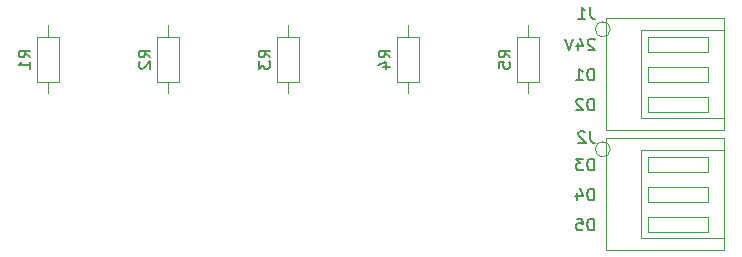
<source format=gbr>
%TF.GenerationSoftware,KiCad,Pcbnew,7.0.9*%
%TF.CreationDate,2024-08-10T11:55:06+09:00*%
%TF.ProjectId,LEDboard,4c454462-6f61-4726-942e-6b696361645f,rev?*%
%TF.SameCoordinates,Original*%
%TF.FileFunction,Legend,Bot*%
%TF.FilePolarity,Positive*%
%FSLAX46Y46*%
G04 Gerber Fmt 4.6, Leading zero omitted, Abs format (unit mm)*
G04 Created by KiCad (PCBNEW 7.0.9) date 2024-08-10 11:55:06*
%MOMM*%
%LPD*%
G01*
G04 APERTURE LIST*
%ADD10C,0.150000*%
%ADD11C,0.120000*%
G04 APERTURE END LIST*
D10*
X163710839Y-89720057D02*
X163663220Y-89672438D01*
X163663220Y-89672438D02*
X163567982Y-89624819D01*
X163567982Y-89624819D02*
X163329887Y-89624819D01*
X163329887Y-89624819D02*
X163234649Y-89672438D01*
X163234649Y-89672438D02*
X163187030Y-89720057D01*
X163187030Y-89720057D02*
X163139411Y-89815295D01*
X163139411Y-89815295D02*
X163139411Y-89910533D01*
X163139411Y-89910533D02*
X163187030Y-90053390D01*
X163187030Y-90053390D02*
X163758458Y-90624819D01*
X163758458Y-90624819D02*
X163139411Y-90624819D01*
X162282268Y-89958152D02*
X162282268Y-90624819D01*
X162520363Y-89577200D02*
X162758458Y-90291485D01*
X162758458Y-90291485D02*
X162139411Y-90291485D01*
X161901315Y-89624819D02*
X161567982Y-90624819D01*
X161567982Y-90624819D02*
X161234649Y-89624819D01*
X163663220Y-100784819D02*
X163663220Y-99784819D01*
X163663220Y-99784819D02*
X163425125Y-99784819D01*
X163425125Y-99784819D02*
X163282268Y-99832438D01*
X163282268Y-99832438D02*
X163187030Y-99927676D01*
X163187030Y-99927676D02*
X163139411Y-100022914D01*
X163139411Y-100022914D02*
X163091792Y-100213390D01*
X163091792Y-100213390D02*
X163091792Y-100356247D01*
X163091792Y-100356247D02*
X163139411Y-100546723D01*
X163139411Y-100546723D02*
X163187030Y-100641961D01*
X163187030Y-100641961D02*
X163282268Y-100737200D01*
X163282268Y-100737200D02*
X163425125Y-100784819D01*
X163425125Y-100784819D02*
X163663220Y-100784819D01*
X162758458Y-99784819D02*
X162139411Y-99784819D01*
X162139411Y-99784819D02*
X162472744Y-100165771D01*
X162472744Y-100165771D02*
X162329887Y-100165771D01*
X162329887Y-100165771D02*
X162234649Y-100213390D01*
X162234649Y-100213390D02*
X162187030Y-100261009D01*
X162187030Y-100261009D02*
X162139411Y-100356247D01*
X162139411Y-100356247D02*
X162139411Y-100594342D01*
X162139411Y-100594342D02*
X162187030Y-100689580D01*
X162187030Y-100689580D02*
X162234649Y-100737200D01*
X162234649Y-100737200D02*
X162329887Y-100784819D01*
X162329887Y-100784819D02*
X162615601Y-100784819D01*
X162615601Y-100784819D02*
X162710839Y-100737200D01*
X162710839Y-100737200D02*
X162758458Y-100689580D01*
X163663220Y-103324819D02*
X163663220Y-102324819D01*
X163663220Y-102324819D02*
X163425125Y-102324819D01*
X163425125Y-102324819D02*
X163282268Y-102372438D01*
X163282268Y-102372438D02*
X163187030Y-102467676D01*
X163187030Y-102467676D02*
X163139411Y-102562914D01*
X163139411Y-102562914D02*
X163091792Y-102753390D01*
X163091792Y-102753390D02*
X163091792Y-102896247D01*
X163091792Y-102896247D02*
X163139411Y-103086723D01*
X163139411Y-103086723D02*
X163187030Y-103181961D01*
X163187030Y-103181961D02*
X163282268Y-103277200D01*
X163282268Y-103277200D02*
X163425125Y-103324819D01*
X163425125Y-103324819D02*
X163663220Y-103324819D01*
X162234649Y-102658152D02*
X162234649Y-103324819D01*
X162472744Y-102277200D02*
X162710839Y-102991485D01*
X162710839Y-102991485D02*
X162091792Y-102991485D01*
X163663220Y-105864819D02*
X163663220Y-104864819D01*
X163663220Y-104864819D02*
X163425125Y-104864819D01*
X163425125Y-104864819D02*
X163282268Y-104912438D01*
X163282268Y-104912438D02*
X163187030Y-105007676D01*
X163187030Y-105007676D02*
X163139411Y-105102914D01*
X163139411Y-105102914D02*
X163091792Y-105293390D01*
X163091792Y-105293390D02*
X163091792Y-105436247D01*
X163091792Y-105436247D02*
X163139411Y-105626723D01*
X163139411Y-105626723D02*
X163187030Y-105721961D01*
X163187030Y-105721961D02*
X163282268Y-105817200D01*
X163282268Y-105817200D02*
X163425125Y-105864819D01*
X163425125Y-105864819D02*
X163663220Y-105864819D01*
X162187030Y-104864819D02*
X162663220Y-104864819D01*
X162663220Y-104864819D02*
X162710839Y-105341009D01*
X162710839Y-105341009D02*
X162663220Y-105293390D01*
X162663220Y-105293390D02*
X162567982Y-105245771D01*
X162567982Y-105245771D02*
X162329887Y-105245771D01*
X162329887Y-105245771D02*
X162234649Y-105293390D01*
X162234649Y-105293390D02*
X162187030Y-105341009D01*
X162187030Y-105341009D02*
X162139411Y-105436247D01*
X162139411Y-105436247D02*
X162139411Y-105674342D01*
X162139411Y-105674342D02*
X162187030Y-105769580D01*
X162187030Y-105769580D02*
X162234649Y-105817200D01*
X162234649Y-105817200D02*
X162329887Y-105864819D01*
X162329887Y-105864819D02*
X162567982Y-105864819D01*
X162567982Y-105864819D02*
X162663220Y-105817200D01*
X162663220Y-105817200D02*
X162710839Y-105769580D01*
X163663220Y-95704819D02*
X163663220Y-94704819D01*
X163663220Y-94704819D02*
X163425125Y-94704819D01*
X163425125Y-94704819D02*
X163282268Y-94752438D01*
X163282268Y-94752438D02*
X163187030Y-94847676D01*
X163187030Y-94847676D02*
X163139411Y-94942914D01*
X163139411Y-94942914D02*
X163091792Y-95133390D01*
X163091792Y-95133390D02*
X163091792Y-95276247D01*
X163091792Y-95276247D02*
X163139411Y-95466723D01*
X163139411Y-95466723D02*
X163187030Y-95561961D01*
X163187030Y-95561961D02*
X163282268Y-95657200D01*
X163282268Y-95657200D02*
X163425125Y-95704819D01*
X163425125Y-95704819D02*
X163663220Y-95704819D01*
X162710839Y-94800057D02*
X162663220Y-94752438D01*
X162663220Y-94752438D02*
X162567982Y-94704819D01*
X162567982Y-94704819D02*
X162329887Y-94704819D01*
X162329887Y-94704819D02*
X162234649Y-94752438D01*
X162234649Y-94752438D02*
X162187030Y-94800057D01*
X162187030Y-94800057D02*
X162139411Y-94895295D01*
X162139411Y-94895295D02*
X162139411Y-94990533D01*
X162139411Y-94990533D02*
X162187030Y-95133390D01*
X162187030Y-95133390D02*
X162758458Y-95704819D01*
X162758458Y-95704819D02*
X162139411Y-95704819D01*
X163663220Y-93164819D02*
X163663220Y-92164819D01*
X163663220Y-92164819D02*
X163425125Y-92164819D01*
X163425125Y-92164819D02*
X163282268Y-92212438D01*
X163282268Y-92212438D02*
X163187030Y-92307676D01*
X163187030Y-92307676D02*
X163139411Y-92402914D01*
X163139411Y-92402914D02*
X163091792Y-92593390D01*
X163091792Y-92593390D02*
X163091792Y-92736247D01*
X163091792Y-92736247D02*
X163139411Y-92926723D01*
X163139411Y-92926723D02*
X163187030Y-93021961D01*
X163187030Y-93021961D02*
X163282268Y-93117200D01*
X163282268Y-93117200D02*
X163425125Y-93164819D01*
X163425125Y-93164819D02*
X163663220Y-93164819D01*
X162139411Y-93164819D02*
X162710839Y-93164819D01*
X162425125Y-93164819D02*
X162425125Y-92164819D01*
X162425125Y-92164819D02*
X162520363Y-92307676D01*
X162520363Y-92307676D02*
X162615601Y-92402914D01*
X162615601Y-92402914D02*
X162710839Y-92450533D01*
X156584819Y-91213333D02*
X156108628Y-90880000D01*
X156584819Y-90641905D02*
X155584819Y-90641905D01*
X155584819Y-90641905D02*
X155584819Y-91022857D01*
X155584819Y-91022857D02*
X155632438Y-91118095D01*
X155632438Y-91118095D02*
X155680057Y-91165714D01*
X155680057Y-91165714D02*
X155775295Y-91213333D01*
X155775295Y-91213333D02*
X155918152Y-91213333D01*
X155918152Y-91213333D02*
X156013390Y-91165714D01*
X156013390Y-91165714D02*
X156061009Y-91118095D01*
X156061009Y-91118095D02*
X156108628Y-91022857D01*
X156108628Y-91022857D02*
X156108628Y-90641905D01*
X155584819Y-92118095D02*
X155584819Y-91641905D01*
X155584819Y-91641905D02*
X156061009Y-91594286D01*
X156061009Y-91594286D02*
X156013390Y-91641905D01*
X156013390Y-91641905D02*
X155965771Y-91737143D01*
X155965771Y-91737143D02*
X155965771Y-91975238D01*
X155965771Y-91975238D02*
X156013390Y-92070476D01*
X156013390Y-92070476D02*
X156061009Y-92118095D01*
X156061009Y-92118095D02*
X156156247Y-92165714D01*
X156156247Y-92165714D02*
X156394342Y-92165714D01*
X156394342Y-92165714D02*
X156489580Y-92118095D01*
X156489580Y-92118095D02*
X156537200Y-92070476D01*
X156537200Y-92070476D02*
X156584819Y-91975238D01*
X156584819Y-91975238D02*
X156584819Y-91737143D01*
X156584819Y-91737143D02*
X156537200Y-91641905D01*
X156537200Y-91641905D02*
X156489580Y-91594286D01*
X146424819Y-91213333D02*
X145948628Y-90880000D01*
X146424819Y-90641905D02*
X145424819Y-90641905D01*
X145424819Y-90641905D02*
X145424819Y-91022857D01*
X145424819Y-91022857D02*
X145472438Y-91118095D01*
X145472438Y-91118095D02*
X145520057Y-91165714D01*
X145520057Y-91165714D02*
X145615295Y-91213333D01*
X145615295Y-91213333D02*
X145758152Y-91213333D01*
X145758152Y-91213333D02*
X145853390Y-91165714D01*
X145853390Y-91165714D02*
X145901009Y-91118095D01*
X145901009Y-91118095D02*
X145948628Y-91022857D01*
X145948628Y-91022857D02*
X145948628Y-90641905D01*
X145758152Y-92070476D02*
X146424819Y-92070476D01*
X145377200Y-91832381D02*
X146091485Y-91594286D01*
X146091485Y-91594286D02*
X146091485Y-92213333D01*
X136264819Y-91213333D02*
X135788628Y-90880000D01*
X136264819Y-90641905D02*
X135264819Y-90641905D01*
X135264819Y-90641905D02*
X135264819Y-91022857D01*
X135264819Y-91022857D02*
X135312438Y-91118095D01*
X135312438Y-91118095D02*
X135360057Y-91165714D01*
X135360057Y-91165714D02*
X135455295Y-91213333D01*
X135455295Y-91213333D02*
X135598152Y-91213333D01*
X135598152Y-91213333D02*
X135693390Y-91165714D01*
X135693390Y-91165714D02*
X135741009Y-91118095D01*
X135741009Y-91118095D02*
X135788628Y-91022857D01*
X135788628Y-91022857D02*
X135788628Y-90641905D01*
X135264819Y-91546667D02*
X135264819Y-92165714D01*
X135264819Y-92165714D02*
X135645771Y-91832381D01*
X135645771Y-91832381D02*
X135645771Y-91975238D01*
X135645771Y-91975238D02*
X135693390Y-92070476D01*
X135693390Y-92070476D02*
X135741009Y-92118095D01*
X135741009Y-92118095D02*
X135836247Y-92165714D01*
X135836247Y-92165714D02*
X136074342Y-92165714D01*
X136074342Y-92165714D02*
X136169580Y-92118095D01*
X136169580Y-92118095D02*
X136217200Y-92070476D01*
X136217200Y-92070476D02*
X136264819Y-91975238D01*
X136264819Y-91975238D02*
X136264819Y-91689524D01*
X136264819Y-91689524D02*
X136217200Y-91594286D01*
X136217200Y-91594286D02*
X136169580Y-91546667D01*
X126104819Y-91213333D02*
X125628628Y-90880000D01*
X126104819Y-90641905D02*
X125104819Y-90641905D01*
X125104819Y-90641905D02*
X125104819Y-91022857D01*
X125104819Y-91022857D02*
X125152438Y-91118095D01*
X125152438Y-91118095D02*
X125200057Y-91165714D01*
X125200057Y-91165714D02*
X125295295Y-91213333D01*
X125295295Y-91213333D02*
X125438152Y-91213333D01*
X125438152Y-91213333D02*
X125533390Y-91165714D01*
X125533390Y-91165714D02*
X125581009Y-91118095D01*
X125581009Y-91118095D02*
X125628628Y-91022857D01*
X125628628Y-91022857D02*
X125628628Y-90641905D01*
X125200057Y-91594286D02*
X125152438Y-91641905D01*
X125152438Y-91641905D02*
X125104819Y-91737143D01*
X125104819Y-91737143D02*
X125104819Y-91975238D01*
X125104819Y-91975238D02*
X125152438Y-92070476D01*
X125152438Y-92070476D02*
X125200057Y-92118095D01*
X125200057Y-92118095D02*
X125295295Y-92165714D01*
X125295295Y-92165714D02*
X125390533Y-92165714D01*
X125390533Y-92165714D02*
X125533390Y-92118095D01*
X125533390Y-92118095D02*
X126104819Y-91546667D01*
X126104819Y-91546667D02*
X126104819Y-92165714D01*
X115944819Y-91213333D02*
X115468628Y-90880000D01*
X115944819Y-90641905D02*
X114944819Y-90641905D01*
X114944819Y-90641905D02*
X114944819Y-91022857D01*
X114944819Y-91022857D02*
X114992438Y-91118095D01*
X114992438Y-91118095D02*
X115040057Y-91165714D01*
X115040057Y-91165714D02*
X115135295Y-91213333D01*
X115135295Y-91213333D02*
X115278152Y-91213333D01*
X115278152Y-91213333D02*
X115373390Y-91165714D01*
X115373390Y-91165714D02*
X115421009Y-91118095D01*
X115421009Y-91118095D02*
X115468628Y-91022857D01*
X115468628Y-91022857D02*
X115468628Y-90641905D01*
X115944819Y-92165714D02*
X115944819Y-91594286D01*
X115944819Y-91880000D02*
X114944819Y-91880000D01*
X114944819Y-91880000D02*
X115087676Y-91784762D01*
X115087676Y-91784762D02*
X115182914Y-91689524D01*
X115182914Y-91689524D02*
X115230533Y-91594286D01*
X163333333Y-97454819D02*
X163333333Y-98169104D01*
X163333333Y-98169104D02*
X163380952Y-98311961D01*
X163380952Y-98311961D02*
X163476190Y-98407200D01*
X163476190Y-98407200D02*
X163619047Y-98454819D01*
X163619047Y-98454819D02*
X163714285Y-98454819D01*
X162904761Y-97550057D02*
X162857142Y-97502438D01*
X162857142Y-97502438D02*
X162761904Y-97454819D01*
X162761904Y-97454819D02*
X162523809Y-97454819D01*
X162523809Y-97454819D02*
X162428571Y-97502438D01*
X162428571Y-97502438D02*
X162380952Y-97550057D01*
X162380952Y-97550057D02*
X162333333Y-97645295D01*
X162333333Y-97645295D02*
X162333333Y-97740533D01*
X162333333Y-97740533D02*
X162380952Y-97883390D01*
X162380952Y-97883390D02*
X162952380Y-98454819D01*
X162952380Y-98454819D02*
X162333333Y-98454819D01*
X163333333Y-86954819D02*
X163333333Y-87669104D01*
X163333333Y-87669104D02*
X163380952Y-87811961D01*
X163380952Y-87811961D02*
X163476190Y-87907200D01*
X163476190Y-87907200D02*
X163619047Y-87954819D01*
X163619047Y-87954819D02*
X163714285Y-87954819D01*
X162333333Y-87954819D02*
X162904761Y-87954819D01*
X162619047Y-87954819D02*
X162619047Y-86954819D01*
X162619047Y-86954819D02*
X162714285Y-87097676D01*
X162714285Y-87097676D02*
X162809523Y-87192914D01*
X162809523Y-87192914D02*
X162904761Y-87240533D01*
D11*
%TO.C,R5*%
X158970000Y-93300000D02*
X157130000Y-93300000D01*
X157130000Y-93300000D02*
X157130000Y-89460000D01*
X158970000Y-89460000D02*
X158970000Y-93300000D01*
X158050000Y-94250000D02*
X158050000Y-93300000D01*
X157130000Y-89460000D02*
X158970000Y-89460000D01*
X158050000Y-88510000D02*
X158050000Y-89460000D01*
%TO.C,R4*%
X148810000Y-93300000D02*
X146970000Y-93300000D01*
X146970000Y-93300000D02*
X146970000Y-89460000D01*
X148810000Y-89460000D02*
X148810000Y-93300000D01*
X147890000Y-94250000D02*
X147890000Y-93300000D01*
X146970000Y-89460000D02*
X148810000Y-89460000D01*
X147890000Y-88510000D02*
X147890000Y-89460000D01*
%TO.C,R3*%
X138650000Y-93300000D02*
X136810000Y-93300000D01*
X136810000Y-93300000D02*
X136810000Y-89460000D01*
X138650000Y-89460000D02*
X138650000Y-93300000D01*
X137730000Y-94250000D02*
X137730000Y-93300000D01*
X136810000Y-89460000D02*
X138650000Y-89460000D01*
X137730000Y-88510000D02*
X137730000Y-89460000D01*
%TO.C,R2*%
X128490000Y-93300000D02*
X126650000Y-93300000D01*
X126650000Y-93300000D02*
X126650000Y-89460000D01*
X128490000Y-89460000D02*
X128490000Y-93300000D01*
X127570000Y-94250000D02*
X127570000Y-93300000D01*
X126650000Y-89460000D02*
X128490000Y-89460000D01*
X127570000Y-88510000D02*
X127570000Y-89460000D01*
%TO.C,R1*%
X118330000Y-93300000D02*
X116490000Y-93300000D01*
X116490000Y-93300000D02*
X116490000Y-89460000D01*
X118330000Y-89460000D02*
X118330000Y-93300000D01*
X117410000Y-94250000D02*
X117410000Y-93300000D01*
X116490000Y-89460000D02*
X118330000Y-89460000D01*
X117410000Y-88510000D02*
X117410000Y-89460000D01*
%TO.C,J2*%
X174670000Y-107540000D02*
X174670000Y-98080000D01*
X165670000Y-107540000D02*
X174670000Y-107540000D01*
X164670000Y-107540000D02*
X165670000Y-107540000D01*
X173290000Y-105985000D02*
X173290000Y-104715000D01*
X168210000Y-105985000D02*
X173290000Y-105985000D01*
X173290000Y-104715000D02*
X168210000Y-104715000D01*
X168210000Y-104715000D02*
X168210000Y-105985000D01*
X168210000Y-104715000D02*
X168210000Y-104715000D01*
X174670000Y-98080000D02*
X165670000Y-98080000D01*
X164670000Y-98080000D02*
X164670000Y-107540000D01*
X164670000Y-98080000D02*
X165670000Y-98080000D01*
X174670000Y-106540000D02*
X167670000Y-106540000D01*
X167670000Y-106540000D02*
X167670000Y-99080000D01*
X167670000Y-99080000D02*
X174670000Y-99080000D01*
X174670000Y-99080000D02*
X174670000Y-106540000D01*
X173290000Y-103445000D02*
X168210000Y-103445000D01*
X168210000Y-103445000D02*
X168210000Y-102175000D01*
X168210000Y-102175000D02*
X173290000Y-102175000D01*
X173290000Y-102175000D02*
X173290000Y-103445000D01*
X173290000Y-100905000D02*
X168210000Y-100905000D01*
X168210000Y-100905000D02*
X168210000Y-99635000D01*
X168210000Y-99635000D02*
X173290000Y-99635000D01*
X173290000Y-99635000D02*
X173290000Y-100905000D01*
X165035000Y-99000000D02*
G75*
G03*
X165035000Y-99000000I-635000J0D01*
G01*
%TO.C,J1*%
X174670000Y-97380000D02*
X174670000Y-87920000D01*
X165670000Y-97380000D02*
X174670000Y-97380000D01*
X164670000Y-97380000D02*
X165670000Y-97380000D01*
X173290000Y-95825000D02*
X173290000Y-94555000D01*
X168210000Y-95825000D02*
X173290000Y-95825000D01*
X173290000Y-94555000D02*
X168210000Y-94555000D01*
X168210000Y-94555000D02*
X168210000Y-95825000D01*
X168210000Y-94555000D02*
X168210000Y-94555000D01*
X174670000Y-87920000D02*
X165670000Y-87920000D01*
X164670000Y-87920000D02*
X164670000Y-97380000D01*
X164670000Y-87920000D02*
X165670000Y-87920000D01*
X174670000Y-96380000D02*
X167670000Y-96380000D01*
X167670000Y-96380000D02*
X167670000Y-88920000D01*
X167670000Y-88920000D02*
X174670000Y-88920000D01*
X174670000Y-88920000D02*
X174670000Y-96380000D01*
X173290000Y-93285000D02*
X168210000Y-93285000D01*
X168210000Y-93285000D02*
X168210000Y-92015000D01*
X168210000Y-92015000D02*
X173290000Y-92015000D01*
X173290000Y-92015000D02*
X173290000Y-93285000D01*
X173290000Y-90745000D02*
X168210000Y-90745000D01*
X168210000Y-90745000D02*
X168210000Y-89475000D01*
X168210000Y-89475000D02*
X173290000Y-89475000D01*
X173290000Y-89475000D02*
X173290000Y-90745000D01*
X165035000Y-88840000D02*
G75*
G03*
X165035000Y-88840000I-635000J0D01*
G01*
%TD*%
M02*

</source>
